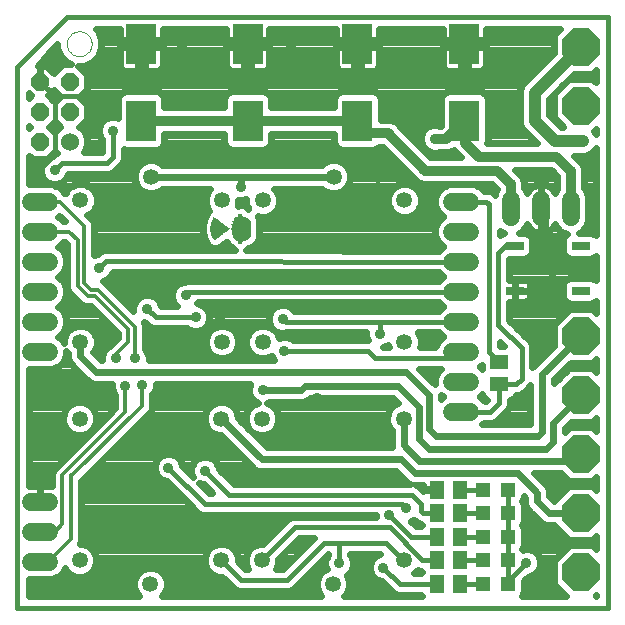
<source format=gtl>
G75*
%MOIN*%
%OFA0B0*%
%FSLAX24Y24*%
%IPPOS*%
%LPD*%
%AMOC8*
5,1,8,0,0,1.08239X$1,22.5*
%
%ADD10C,0.0160*%
%ADD11C,0.0000*%
%ADD12OC8,0.1250*%
%ADD13R,0.0472X0.0472*%
%ADD14R,0.0512X0.0591*%
%ADD15C,0.0531*%
%ADD16R,0.0004X0.0421*%
%ADD17R,0.0004X0.0465*%
%ADD18R,0.0004X0.0492*%
%ADD19R,0.0004X0.0516*%
%ADD20R,0.0004X0.0531*%
%ADD21R,0.0004X0.0547*%
%ADD22R,0.0004X0.0563*%
%ADD23R,0.0004X0.0575*%
%ADD24R,0.0004X0.0587*%
%ADD25R,0.0004X0.0598*%
%ADD26R,0.0004X0.0610*%
%ADD27R,0.0004X0.0618*%
%ADD28R,0.0004X0.0626*%
%ADD29R,0.0004X0.0638*%
%ADD30R,0.0004X0.0646*%
%ADD31R,0.0004X0.0650*%
%ADD32R,0.0004X0.0657*%
%ADD33R,0.0004X0.0665*%
%ADD34R,0.0004X0.0673*%
%ADD35R,0.0004X0.0677*%
%ADD36R,0.0004X0.0685*%
%ADD37R,0.0004X0.0689*%
%ADD38R,0.0004X0.0693*%
%ADD39R,0.0004X0.0701*%
%ADD40R,0.0004X0.0705*%
%ADD41R,0.0004X0.0709*%
%ADD42R,0.0004X0.0717*%
%ADD43R,0.0004X0.0720*%
%ADD44R,0.0004X0.0724*%
%ADD45R,0.0004X0.0728*%
%ADD46R,0.0004X0.0732*%
%ADD47R,0.0004X0.0736*%
%ADD48R,0.0004X0.0740*%
%ADD49R,0.0004X0.0744*%
%ADD50R,0.0004X0.0748*%
%ADD51R,0.0004X0.0752*%
%ADD52R,0.0004X0.0756*%
%ADD53R,0.0004X0.0760*%
%ADD54R,0.0004X0.0764*%
%ADD55R,0.0004X0.0768*%
%ADD56R,0.0004X0.0772*%
%ADD57R,0.0004X0.0776*%
%ADD58R,0.0004X0.0780*%
%ADD59R,0.0004X0.0783*%
%ADD60R,0.0004X0.0787*%
%ADD61R,0.0004X0.0791*%
%ADD62R,0.0004X0.0795*%
%ADD63R,0.0004X0.0799*%
%ADD64R,0.0004X0.0803*%
%ADD65R,0.0004X0.0807*%
%ADD66R,0.0004X0.0811*%
%ADD67R,0.0004X0.0815*%
%ADD68R,0.0004X0.0819*%
%ADD69R,0.0004X0.0823*%
%ADD70R,0.0004X0.0827*%
%ADD71R,0.0004X0.0831*%
%ADD72R,0.0004X0.0835*%
%ADD73R,0.0004X0.0839*%
%ADD74R,0.0004X0.0909*%
%ADD75R,0.0004X0.0937*%
%ADD76R,0.0004X0.0953*%
%ADD77R,0.0004X0.0961*%
%ADD78R,0.0004X0.0969*%
%ADD79R,0.0004X0.0976*%
%ADD80R,0.0004X0.0980*%
%ADD81R,0.0004X0.0984*%
%ADD82R,0.0004X0.0965*%
%ADD83R,0.0004X0.0957*%
%ADD84R,0.0004X0.0945*%
%ADD85R,0.0004X0.0921*%
%ADD86R,0.0004X0.0232*%
%ADD87R,0.0004X0.0555*%
%ADD88R,0.0004X0.0224*%
%ADD89R,0.0004X0.0543*%
%ADD90R,0.0004X0.0539*%
%ADD91R,0.0004X0.0220*%
%ADD92R,0.0004X0.0535*%
%ADD93R,0.0004X0.0528*%
%ADD94R,0.0004X0.0520*%
%ADD95R,0.0004X0.0512*%
%ADD96R,0.0004X0.0500*%
%ADD97R,0.0004X0.0488*%
%ADD98R,0.0004X0.0484*%
%ADD99R,0.0004X0.0476*%
%ADD100R,0.0004X0.0449*%
%ADD101R,0.0004X0.0370*%
%ADD102R,0.0004X0.0043*%
%ADD103R,0.0004X0.0228*%
%ADD104R,0.0004X0.0358*%
%ADD105R,0.0004X0.0350*%
%ADD106R,0.0004X0.0343*%
%ADD107R,0.0004X0.0331*%
%ADD108R,0.0004X0.0319*%
%ADD109R,0.0004X0.0311*%
%ADD110R,0.0004X0.0307*%
%ADD111R,0.0004X0.0303*%
%ADD112R,0.0004X0.0063*%
%ADD113R,0.0004X0.0130*%
%ADD114R,0.0004X0.0445*%
%ADD115R,0.0004X0.0437*%
%ADD116R,0.0004X0.0433*%
%ADD117R,0.0004X0.0362*%
%ADD118R,0.0004X0.0047*%
%ADD119R,0.0004X0.0354*%
%ADD120R,0.0004X0.0031*%
%ADD121R,0.0004X0.0346*%
%ADD122R,0.0004X0.0339*%
%ADD123R,0.0004X0.0055*%
%ADD124R,0.0004X0.0177*%
%ADD125R,0.0004X0.0035*%
%ADD126R,0.0004X0.0161*%
%ADD127R,0.0004X0.0051*%
%ADD128R,0.0004X0.0142*%
%ADD129R,0.0004X0.0118*%
%ADD130R,0.0004X0.0091*%
%ADD131R,0.0004X0.0024*%
%ADD132R,0.0004X0.0020*%
%ADD133R,0.0004X0.0008*%
%ADD134R,0.0004X0.0004*%
%ADD135R,0.0004X0.0012*%
%ADD136R,0.0004X0.0028*%
%ADD137R,0.0004X0.0059*%
%ADD138R,0.0004X0.0067*%
%ADD139R,0.0004X0.0075*%
%ADD140R,0.0004X0.0083*%
%ADD141R,0.0004X0.0098*%
%ADD142R,0.0004X0.0106*%
%ADD143R,0.0004X0.0114*%
%ADD144R,0.0004X0.0122*%
%ADD145R,0.0004X0.0138*%
%ADD146R,0.0004X0.0146*%
%ADD147R,0.0004X0.0154*%
%ADD148R,0.0004X0.0165*%
%ADD149R,0.0004X0.0169*%
%ADD150R,0.0004X0.0185*%
%ADD151R,0.0004X0.0189*%
%ADD152R,0.0004X0.0193*%
%ADD153R,0.0004X0.0201*%
%ADD154R,0.0004X0.0209*%
%ADD155R,0.0004X0.0213*%
%ADD156R,0.0004X0.0217*%
%ADD157R,0.0004X0.0236*%
%ADD158R,0.0004X0.0240*%
%ADD159R,0.0004X0.0248*%
%ADD160R,0.0004X0.0256*%
%ADD161R,0.0004X0.0264*%
%ADD162R,0.0004X0.0272*%
%ADD163R,0.0004X0.0280*%
%ADD164R,0.0004X0.0287*%
%ADD165R,0.0004X0.0295*%
%ADD166R,0.0004X0.0299*%
%ADD167R,0.0004X0.0126*%
%ADD168R,0.0004X0.0157*%
%ADD169R,0.0004X0.0134*%
%ADD170R,0.0004X0.0173*%
%ADD171R,0.0004X0.0366*%
%ADD172R,0.0004X0.0374*%
%ADD173R,0.0004X0.0382*%
%ADD174R,0.0004X0.0390*%
%ADD175R,0.0004X0.0394*%
%ADD176R,0.0004X0.0398*%
%ADD177R,0.0004X0.0406*%
%ADD178R,0.0004X0.0409*%
%ADD179R,0.0004X0.0417*%
%ADD180R,0.0004X0.0429*%
%ADD181R,0.0004X0.0441*%
%ADD182R,0.0004X0.0453*%
%ADD183R,0.0004X0.0457*%
%ADD184R,0.0004X0.0469*%
%ADD185R,0.0004X0.0480*%
%ADD186R,0.0004X0.0504*%
%ADD187R,0.0004X0.0508*%
%ADD188R,0.0004X0.0551*%
%ADD189R,0.0004X0.0567*%
%ADD190R,0.0004X0.0579*%
%ADD191R,0.0004X0.0413*%
%ADD192R,0.0004X0.0425*%
%ADD193R,0.0004X0.0181*%
%ADD194R,0.0004X0.0634*%
%ADD195R,0.0004X0.0654*%
%ADD196R,0.0004X0.0661*%
%ADD197R,0.0004X0.0669*%
%ADD198R,0.0004X0.0697*%
%ADD199R,0.0004X0.0244*%
%ADD200R,0.0004X0.0252*%
%ADD201R,0.0004X0.0461*%
%ADD202R,0.0004X0.0094*%
%ADD203R,0.0004X0.0622*%
%ADD204R,0.0004X0.0102*%
%ADD205R,0.0004X0.0630*%
%ADD206R,0.0004X0.0614*%
%ADD207R,0.0004X0.0583*%
%ADD208R,0.0004X0.0327*%
%ADD209C,0.0591*%
%ADD210R,0.0984X0.1378*%
%ADD211C,0.0600*%
%ADD212OC8,0.0600*%
%ADD213C,0.0600*%
%ADD214R,0.0600X0.0300*%
%ADD215R,0.0591X0.0512*%
%ADD216C,0.0240*%
%ADD217C,0.0356*%
%ADD218C,0.0320*%
%ADD219C,0.0400*%
%ADD220C,0.0120*%
D10*
X002027Y000180D02*
X021712Y000180D01*
X021712Y019865D01*
X003681Y019865D01*
X002027Y018211D01*
X002027Y000180D01*
X007067Y004845D02*
X008268Y003645D01*
X014842Y003645D01*
X015000Y003487D01*
X015177Y003940D02*
X015492Y003625D01*
X015492Y003389D01*
X015551Y003330D01*
X016024Y003330D01*
X016772Y003330D02*
X017559Y003330D01*
X018386Y003330D02*
X018386Y001755D01*
X018996Y001676D02*
X018386Y001066D01*
X018386Y000967D01*
X018386Y001066D02*
X018386Y002542D01*
X018386Y003330D01*
X018386Y004117D01*
X017559Y004117D02*
X016772Y004117D01*
X016024Y004117D02*
X015709Y004117D01*
X015512Y004314D01*
X015098Y004314D01*
X014980Y004432D01*
X010630Y004432D01*
X010571Y004491D01*
X009094Y003940D02*
X015177Y003940D01*
X014429Y003271D02*
X015157Y002542D01*
X016024Y002542D01*
X016772Y002542D02*
X017559Y002542D01*
X017559Y001755D02*
X016772Y001755D01*
X016024Y001755D02*
X016004Y001774D01*
X015531Y001774D01*
X014449Y002857D01*
X011283Y002857D01*
X010185Y001759D01*
X009480Y001105D02*
X008827Y001759D01*
X009480Y001105D02*
X011024Y001105D01*
X012244Y002326D01*
X012697Y002326D01*
X012756Y002267D01*
X012756Y001656D01*
X012697Y002326D02*
X014331Y002326D01*
X014898Y001759D01*
X014909Y001759D01*
X014232Y001519D02*
X014783Y000967D01*
X016024Y000967D01*
X016772Y000967D02*
X017559Y000967D01*
X017795Y006696D02*
X016850Y006696D01*
X016831Y006715D01*
X017795Y006696D02*
X018090Y006991D01*
X018090Y007621D01*
X018642Y007621D01*
X018838Y007818D01*
X018838Y008822D01*
X018051Y009609D01*
X018051Y011991D01*
X018327Y012267D01*
X018587Y012267D01*
X018605Y012249D01*
X019646Y012739D02*
X019646Y013330D01*
X019488Y013487D01*
X019646Y012739D02*
X019980Y012404D01*
X019980Y011420D01*
X019309Y010749D01*
X018605Y010749D01*
X016831Y010715D02*
X007760Y010715D01*
X007638Y010593D01*
X007972Y009865D02*
X006634Y009865D01*
X006358Y010141D01*
X004984Y011739D02*
X004764Y011519D01*
X004984Y011739D02*
X016831Y011715D01*
X017756Y013625D02*
X017756Y008704D01*
X018090Y008369D01*
X016831Y008715D02*
X016622Y008507D01*
X013937Y008507D01*
X013701Y008743D01*
X010925Y008743D01*
X010976Y009715D02*
X010886Y009806D01*
X010976Y009715D02*
X014075Y009715D01*
X014114Y009676D01*
X014114Y009314D01*
X014075Y009715D02*
X016831Y009715D01*
X016803Y008743D02*
X016831Y008715D01*
X016508Y008715D01*
X017756Y013625D02*
X017665Y013715D01*
X016831Y013715D01*
X008287Y004747D02*
X009094Y003940D01*
X002716Y014511D02*
X002716Y014747D01*
X003268Y015298D01*
X003268Y017225D01*
X002777Y017715D01*
X003268Y017225D02*
X003285Y017208D01*
X003325Y017247D01*
X005020Y017247D01*
X005216Y016086D02*
X005216Y015200D01*
X005020Y015003D01*
X003504Y015003D01*
X003268Y014767D01*
D11*
X003681Y018979D02*
X003683Y019019D01*
X003689Y019060D01*
X003699Y019099D01*
X003712Y019137D01*
X003730Y019174D01*
X003751Y019208D01*
X003775Y019241D01*
X003802Y019271D01*
X003832Y019298D01*
X003865Y019322D01*
X003899Y019343D01*
X003936Y019361D01*
X003974Y019374D01*
X004013Y019384D01*
X004054Y019390D01*
X004094Y019392D01*
X004134Y019390D01*
X004175Y019384D01*
X004214Y019374D01*
X004252Y019361D01*
X004289Y019343D01*
X004323Y019322D01*
X004356Y019298D01*
X004386Y019271D01*
X004413Y019241D01*
X004437Y019208D01*
X004458Y019174D01*
X004476Y019137D01*
X004489Y019099D01*
X004499Y019060D01*
X004505Y019019D01*
X004507Y018979D01*
X004505Y018939D01*
X004499Y018898D01*
X004489Y018859D01*
X004476Y018821D01*
X004458Y018784D01*
X004437Y018750D01*
X004413Y018717D01*
X004386Y018687D01*
X004356Y018660D01*
X004323Y018636D01*
X004289Y018615D01*
X004252Y018597D01*
X004214Y018584D01*
X004175Y018574D01*
X004134Y018568D01*
X004094Y018566D01*
X004054Y018568D01*
X004013Y018574D01*
X003974Y018584D01*
X003936Y018597D01*
X003899Y018615D01*
X003865Y018636D01*
X003832Y018660D01*
X003802Y018687D01*
X003775Y018717D01*
X003751Y018750D01*
X003730Y018784D01*
X003712Y018821D01*
X003699Y018859D01*
X003689Y018898D01*
X003683Y018939D01*
X003681Y018979D01*
D12*
X020807Y018881D03*
X020807Y016912D03*
X020807Y009235D03*
X020807Y007267D03*
X020807Y005298D03*
X020807Y003330D03*
X020807Y001361D03*
D13*
X018386Y000967D03*
X017559Y000967D03*
X017559Y001755D03*
X018386Y001755D03*
X018386Y002542D03*
X017559Y002542D03*
X017559Y003330D03*
X018386Y003330D03*
X018386Y004117D03*
X017559Y004117D03*
D14*
X016772Y004117D03*
X016024Y004117D03*
X016024Y003330D03*
X016772Y003330D03*
X016772Y002542D03*
X016024Y002542D03*
X016024Y001755D03*
X016772Y001755D03*
X016772Y000967D03*
X016024Y000967D03*
D15*
X014909Y001759D03*
X012547Y000971D03*
X010185Y001759D03*
X008827Y001759D03*
X006464Y000971D03*
X004102Y001759D03*
X004102Y006483D03*
X004126Y009034D03*
X008850Y009034D03*
X010209Y009034D03*
X010185Y006483D03*
X008827Y006483D03*
X014909Y006483D03*
X014933Y009034D03*
X014933Y013759D03*
X012571Y014546D03*
X010209Y013759D03*
X008850Y013759D03*
X006488Y014546D03*
X004126Y013759D03*
D16*
X008838Y012818D03*
X009815Y012818D03*
D17*
X009811Y012816D03*
X009299Y012938D03*
X008811Y012820D03*
D18*
X008791Y012818D03*
X008539Y012818D03*
X009807Y012818D03*
D19*
X009803Y012818D03*
X008775Y012818D03*
X008543Y012818D03*
D20*
X008547Y012818D03*
X008764Y012818D03*
X009799Y012818D03*
D21*
X009795Y012818D03*
X009346Y012940D03*
X008551Y012818D03*
D22*
X008744Y012818D03*
X009791Y012818D03*
D23*
X009787Y012816D03*
X008736Y012820D03*
D24*
X009783Y012818D03*
D25*
X009779Y012816D03*
X008563Y012820D03*
D26*
X009775Y012818D03*
D27*
X009772Y012818D03*
X008622Y012881D03*
D28*
X008614Y012885D03*
X008610Y012885D03*
X008602Y012877D03*
X008701Y012818D03*
X009768Y012818D03*
D29*
X009764Y012816D03*
X008693Y012820D03*
D30*
X008689Y012820D03*
X008575Y012820D03*
X009760Y012816D03*
D31*
X009756Y012818D03*
X008685Y012818D03*
D32*
X009752Y012818D03*
D33*
X009748Y012818D03*
D34*
X009744Y012818D03*
X008669Y012818D03*
X008583Y012818D03*
D35*
X008665Y012820D03*
X009740Y012816D03*
D36*
X009736Y012816D03*
X008661Y012820D03*
D37*
X009732Y012818D03*
D38*
X009728Y012816D03*
X008657Y012820D03*
D39*
X009724Y012816D03*
D40*
X009720Y012818D03*
D41*
X009716Y012816D03*
D42*
X009712Y012816D03*
D43*
X009709Y012818D03*
D44*
X009705Y012816D03*
X008634Y012820D03*
D45*
X009701Y012818D03*
D46*
X009697Y012816D03*
D47*
X009693Y012818D03*
D48*
X009689Y012816D03*
D49*
X009685Y012818D03*
D50*
X009681Y012816D03*
D51*
X009677Y012818D03*
D52*
X009673Y012816D03*
X009669Y012816D03*
D53*
X009665Y012818D03*
D54*
X009661Y012816D03*
D55*
X009657Y012818D03*
D56*
X009653Y012816D03*
X009650Y012816D03*
D57*
X009646Y012818D03*
D58*
X009642Y012816D03*
D59*
X009638Y012818D03*
X009634Y012818D03*
D60*
X009630Y012816D03*
D61*
X009626Y012818D03*
X009622Y012818D03*
X009354Y012818D03*
D62*
X009358Y012820D03*
X009614Y012816D03*
X009618Y012816D03*
D63*
X009610Y012818D03*
X009366Y012818D03*
X009362Y012818D03*
D64*
X009370Y012820D03*
X009374Y012820D03*
X009602Y012816D03*
X009606Y012816D03*
D65*
X009598Y012818D03*
X009594Y012818D03*
X009386Y012818D03*
X009382Y012818D03*
X009378Y012818D03*
D66*
X009587Y012816D03*
X009590Y012816D03*
D67*
X009583Y012818D03*
D68*
X009579Y012816D03*
X009575Y012816D03*
X009571Y012816D03*
D69*
X009567Y012818D03*
X009563Y012818D03*
D70*
X009559Y012816D03*
X009555Y012816D03*
D71*
X009551Y012818D03*
X009547Y012818D03*
D72*
X009543Y012816D03*
X009539Y012816D03*
D73*
X009535Y012818D03*
X009531Y012818D03*
D74*
X009527Y012818D03*
D75*
X009524Y012820D03*
D76*
X009520Y012820D03*
D77*
X009516Y012820D03*
D78*
X009512Y012820D03*
X009433Y012820D03*
D79*
X009437Y012820D03*
X009441Y012820D03*
X009504Y012820D03*
X009508Y012820D03*
D80*
X009500Y012818D03*
X009445Y012818D03*
D81*
X009449Y012820D03*
X009453Y012820D03*
X009457Y012820D03*
X009461Y012820D03*
X009464Y012820D03*
X009468Y012820D03*
X009472Y012820D03*
X009476Y012820D03*
X009480Y012820D03*
X009484Y012820D03*
X009488Y012820D03*
X009492Y012820D03*
X009496Y012820D03*
D82*
X009429Y012818D03*
D83*
X009425Y012818D03*
D84*
X009421Y012820D03*
D85*
X009417Y012820D03*
D86*
X009272Y012597D03*
X009279Y012586D03*
X009283Y012582D03*
X009350Y012538D03*
X008968Y012818D03*
X008587Y013046D03*
D87*
X008748Y012818D03*
X009350Y012936D03*
D88*
X009260Y012621D03*
X009291Y012570D03*
X009295Y012566D03*
X009299Y012562D03*
X009303Y012558D03*
X009311Y012554D03*
X009315Y012550D03*
X009323Y012546D03*
X009331Y012542D03*
X009338Y012538D03*
X009342Y012538D03*
X009346Y012538D03*
X008972Y012818D03*
X008500Y012818D03*
D89*
X008756Y012820D03*
X009342Y012938D03*
D90*
X009338Y012940D03*
X008760Y012818D03*
D91*
X009307Y012556D03*
X009319Y012548D03*
X009327Y012544D03*
X009335Y012540D03*
D92*
X009335Y012938D03*
D93*
X009331Y012938D03*
X009327Y012938D03*
X008768Y012820D03*
D94*
X008772Y012820D03*
X009323Y012938D03*
D95*
X009319Y012938D03*
D96*
X009315Y012940D03*
X008787Y012818D03*
D97*
X008795Y012820D03*
X009311Y012942D03*
D98*
X009307Y012940D03*
D99*
X009303Y012940D03*
X008803Y012818D03*
X008535Y012818D03*
D100*
X008587Y012698D03*
X008590Y012694D03*
X009295Y012938D03*
D101*
X009291Y012902D03*
X008874Y012820D03*
D102*
X009094Y012818D03*
X009201Y012940D03*
X009291Y013129D03*
D103*
X009264Y012611D03*
X009268Y012603D03*
X009275Y012591D03*
X009287Y012576D03*
D104*
X009287Y012904D03*
X008516Y012818D03*
D105*
X009283Y012904D03*
D106*
X009279Y012908D03*
D107*
X009275Y012910D03*
D108*
X009272Y012912D03*
D109*
X009268Y012916D03*
D110*
X009264Y012914D03*
X009256Y012906D03*
D111*
X009260Y012912D03*
D112*
X009212Y012934D03*
X009256Y012556D03*
D113*
X009256Y012676D03*
X009035Y012818D03*
X008898Y012920D03*
D114*
X008823Y012818D03*
X009248Y012834D03*
X009252Y012834D03*
D115*
X009244Y012834D03*
D116*
X009240Y012832D03*
X008831Y012820D03*
D117*
X009236Y012796D03*
D118*
X009193Y012812D03*
X009205Y012938D03*
X009236Y013017D03*
D119*
X009232Y012796D03*
X009228Y012796D03*
D120*
X009102Y012816D03*
X009197Y012942D03*
X009232Y013021D03*
D121*
X009224Y012796D03*
X009220Y012796D03*
D122*
X009216Y012796D03*
D123*
X009212Y012658D03*
D124*
X009212Y012802D03*
X009004Y012818D03*
X008886Y012731D03*
X008496Y012818D03*
D125*
X009098Y012818D03*
X009209Y012652D03*
D126*
X009209Y012802D03*
X009016Y012818D03*
X008917Y012747D03*
X008909Y012739D03*
X008901Y012735D03*
X008728Y013030D03*
X008724Y013034D03*
X008720Y013038D03*
X008716Y013038D03*
D127*
X009087Y012818D03*
X009090Y012818D03*
X009209Y012936D03*
D128*
X009205Y012804D03*
X008890Y012922D03*
X008886Y012922D03*
D129*
X009201Y012808D03*
D130*
X009197Y012810D03*
X009063Y012818D03*
D131*
X009193Y012942D03*
D132*
X009189Y012944D03*
X009110Y012818D03*
D133*
X009185Y012946D03*
D134*
X009122Y012818D03*
D135*
X009118Y012818D03*
X009114Y012818D03*
D136*
X009106Y012818D03*
D137*
X009083Y012818D03*
D138*
X009079Y012818D03*
D139*
X009075Y012818D03*
X009071Y012818D03*
D140*
X009067Y012818D03*
D141*
X009059Y012818D03*
X009055Y012818D03*
X008614Y012491D03*
D142*
X008492Y012818D03*
X009051Y012818D03*
D143*
X009047Y012818D03*
D144*
X009043Y012818D03*
X009039Y012818D03*
X008913Y012912D03*
D145*
X009031Y012818D03*
D146*
X009027Y012818D03*
X009024Y012818D03*
D147*
X009020Y012818D03*
X008882Y012920D03*
D148*
X009012Y012820D03*
X008898Y012733D03*
X008712Y013040D03*
D149*
X008894Y012731D03*
X009008Y012818D03*
D150*
X009000Y012818D03*
D151*
X008996Y012820D03*
X008882Y012733D03*
D152*
X008992Y012818D03*
D153*
X008988Y012818D03*
D154*
X008984Y012818D03*
D155*
X008980Y012820D03*
D156*
X008976Y012818D03*
D157*
X008964Y012820D03*
X008590Y013052D03*
D158*
X008961Y012818D03*
X008650Y012589D03*
X008646Y012586D03*
D159*
X008957Y012818D03*
D160*
X008953Y012818D03*
X008949Y012818D03*
X008598Y013058D03*
D161*
X008504Y012818D03*
X008945Y012818D03*
D162*
X008941Y012818D03*
D163*
X008937Y012818D03*
X008933Y012818D03*
D164*
X008929Y012818D03*
D165*
X008925Y012818D03*
X008508Y012818D03*
D166*
X008921Y012820D03*
D167*
X008917Y012906D03*
X008909Y012914D03*
X008905Y012918D03*
X008901Y012918D03*
D168*
X008913Y012741D03*
X008905Y012737D03*
D169*
X008894Y012922D03*
D170*
X008890Y012733D03*
X008709Y013040D03*
D171*
X008878Y012818D03*
D172*
X008870Y012818D03*
D173*
X008866Y012818D03*
X008520Y012818D03*
D174*
X008862Y012818D03*
D175*
X008858Y012820D03*
D176*
X008854Y012818D03*
D177*
X008850Y012818D03*
X008724Y012727D03*
X008720Y012723D03*
X008524Y012818D03*
D178*
X008716Y012721D03*
X008728Y012729D03*
X008846Y012820D03*
D179*
X008842Y012820D03*
X008709Y012721D03*
D180*
X008835Y012818D03*
X008527Y012818D03*
D181*
X008827Y012820D03*
D182*
X008819Y012818D03*
X008650Y012944D03*
X008646Y012948D03*
X008531Y012818D03*
D183*
X008594Y012690D03*
X008815Y012820D03*
X008642Y012950D03*
D184*
X008807Y012818D03*
X008598Y012688D03*
D185*
X008799Y012820D03*
D186*
X008783Y012820D03*
D187*
X008779Y012818D03*
D188*
X008752Y012820D03*
D189*
X008740Y012820D03*
X008555Y012820D03*
D190*
X008732Y012818D03*
D191*
X008712Y012719D03*
D192*
X008705Y012721D03*
D193*
X008705Y013040D03*
D194*
X008697Y012818D03*
D195*
X008681Y012820D03*
D196*
X008677Y012820D03*
X008579Y012820D03*
D197*
X008673Y012820D03*
D198*
X008653Y012818D03*
D199*
X008642Y012584D03*
X008594Y013056D03*
D200*
X008638Y012584D03*
D201*
X008638Y012948D03*
D202*
X008630Y012501D03*
X008626Y012497D03*
X008622Y012493D03*
X008618Y012493D03*
D203*
X008630Y012875D03*
X008626Y012879D03*
X008618Y012883D03*
D204*
X008602Y012497D03*
X008606Y012493D03*
X008610Y012489D03*
D205*
X008571Y012820D03*
X008606Y012883D03*
D206*
X008567Y012820D03*
D207*
X008559Y012820D03*
D208*
X008512Y012818D03*
D209*
X018488Y013192D02*
X018488Y013782D01*
X019488Y013782D02*
X019488Y013192D01*
X020488Y013192D02*
X020488Y013782D01*
D210*
X016929Y016420D03*
X016929Y018979D03*
X013366Y018979D03*
X013366Y016420D03*
X009705Y016420D03*
X009705Y018979D03*
X006161Y018979D03*
X006161Y016420D03*
D211*
X003777Y015715D03*
D212*
X002777Y015715D03*
X002777Y016715D03*
X003777Y016715D03*
X003777Y017715D03*
X002777Y017715D03*
D213*
X003077Y013715D02*
X002477Y013715D01*
X002477Y012715D02*
X003077Y012715D01*
X003077Y011715D02*
X002477Y011715D01*
X002477Y010715D02*
X003077Y010715D01*
X003077Y009715D02*
X002477Y009715D01*
X002477Y008715D02*
X003077Y008715D01*
X003077Y003715D02*
X002477Y003715D01*
X002477Y002715D02*
X003077Y002715D01*
X003077Y001715D02*
X002477Y001715D01*
X016531Y006715D02*
X017131Y006715D01*
X017131Y007715D02*
X016531Y007715D01*
X016531Y008715D02*
X017131Y008715D01*
X017131Y009715D02*
X016531Y009715D01*
X016531Y010715D02*
X017131Y010715D01*
X017131Y011715D02*
X016531Y011715D01*
X016531Y012715D02*
X017131Y012715D01*
X017131Y013715D02*
X016531Y013715D01*
D214*
X018605Y012249D03*
X018605Y010749D03*
X020805Y010749D03*
X020805Y012249D03*
D215*
X018090Y008369D03*
X018090Y007621D03*
D216*
X018450Y007089D02*
X018544Y007128D01*
X018623Y007206D01*
X018646Y007261D01*
X018713Y007261D01*
X018846Y007316D01*
X019042Y007513D01*
X019127Y007598D01*
X019127Y006289D01*
X017524Y006289D01*
X017571Y006336D01*
X017867Y006336D01*
X017999Y006391D01*
X018100Y006492D01*
X018396Y006787D01*
X018450Y006919D01*
X018450Y007089D01*
X018469Y007097D02*
X019127Y007097D01*
X019127Y007335D02*
X018865Y007335D01*
X019103Y007574D02*
X019127Y007574D01*
X019527Y007956D02*
X019527Y006026D01*
X019390Y005889D01*
X015984Y005889D01*
X015748Y006125D01*
X015748Y007267D01*
X014980Y008034D01*
X004665Y008034D01*
X004126Y008574D01*
X004126Y009034D01*
X004630Y009243D02*
X005388Y009243D01*
X005388Y009179D02*
X005388Y009331D01*
X004485Y010234D01*
X004302Y010234D01*
X004177Y010285D01*
X004082Y010381D01*
X003747Y010716D01*
X003695Y010841D01*
X003695Y012303D01*
X003623Y012375D01*
X003558Y012375D01*
X003406Y012224D01*
X003386Y012215D01*
X003406Y012207D01*
X003569Y012044D01*
X003657Y011831D01*
X003657Y011600D01*
X003569Y011387D01*
X003406Y011224D01*
X003386Y011215D01*
X003406Y011207D01*
X003569Y011044D01*
X003657Y010831D01*
X003657Y010600D01*
X003569Y010387D01*
X003406Y010224D01*
X003386Y010215D01*
X003406Y010207D01*
X003569Y010044D01*
X003657Y009831D01*
X003657Y009600D01*
X003569Y009387D01*
X003406Y009224D01*
X003386Y009215D01*
X003406Y009207D01*
X003569Y009044D01*
X003580Y009017D01*
X003580Y009143D01*
X003663Y009343D01*
X003817Y009497D01*
X004017Y009580D01*
X004234Y009580D01*
X004435Y009497D01*
X004589Y009343D01*
X004672Y009143D01*
X004672Y008926D01*
X004589Y008725D01*
X004564Y008701D01*
X004831Y008434D01*
X004857Y008434D01*
X004857Y008578D01*
X004926Y008747D01*
X005055Y008875D01*
X005105Y008896D01*
X005122Y008913D01*
X005388Y009179D01*
X005214Y009005D02*
X004672Y009005D01*
X004605Y008766D02*
X004946Y008766D01*
X004857Y008528D02*
X004738Y008528D01*
X004083Y008051D02*
X002427Y008051D01*
X002427Y008135D02*
X003193Y008135D01*
X003406Y008224D01*
X003569Y008387D01*
X003657Y008600D01*
X003657Y008739D01*
X003663Y008725D01*
X003726Y008663D01*
X003726Y008494D01*
X003787Y008347D01*
X004326Y007808D01*
X004439Y007695D01*
X004586Y007634D01*
X005172Y007634D01*
X005172Y007490D01*
X005241Y007322D01*
X005290Y007274D01*
X005290Y006837D01*
X003235Y004782D01*
X003184Y004657D01*
X003184Y004522D01*
X003184Y004225D01*
X003118Y004235D01*
X002777Y004235D01*
X002437Y004235D01*
X002427Y004234D01*
X002427Y008135D01*
X002427Y007812D02*
X004322Y007812D01*
X003845Y008289D02*
X003471Y008289D01*
X003627Y008528D02*
X003726Y008528D01*
X003622Y009243D02*
X003425Y009243D01*
X003608Y009482D02*
X003801Y009482D01*
X003657Y009720D02*
X004999Y009720D01*
X004760Y009959D02*
X003605Y009959D01*
X003416Y010197D02*
X004522Y010197D01*
X004027Y010436D02*
X003589Y010436D01*
X003657Y010674D02*
X003789Y010674D01*
X003695Y010913D02*
X003624Y010913D01*
X003695Y011151D02*
X003462Y011151D01*
X003570Y011390D02*
X003695Y011390D01*
X003695Y011628D02*
X003657Y011628D01*
X003643Y011867D02*
X003695Y011867D01*
X003695Y012105D02*
X003508Y012105D01*
X003526Y012344D02*
X003655Y012344D01*
X003612Y013055D02*
X003558Y013055D01*
X003406Y013207D01*
X003386Y013215D01*
X003406Y013224D01*
X003425Y013243D01*
X003612Y013055D01*
X003609Y013059D02*
X003554Y013059D01*
X004363Y013266D02*
X004540Y013089D01*
X004592Y012964D01*
X004592Y011943D01*
X004673Y011977D01*
X004713Y011977D01*
X004730Y011994D01*
X004780Y012044D01*
X004781Y012044D01*
X004781Y012045D01*
X004847Y012072D01*
X004913Y012099D01*
X004913Y012099D01*
X004913Y012099D01*
X004984Y012099D01*
X005056Y012099D01*
X005056Y012099D01*
X009284Y012090D01*
X009283Y012091D01*
X009276Y012094D01*
X009275Y012095D01*
X009268Y012098D01*
X009265Y012102D01*
X009186Y012181D01*
X009183Y012186D01*
X009178Y012189D01*
X009177Y012190D01*
X009170Y012193D01*
X009169Y012194D01*
X009162Y012197D01*
X009161Y012198D01*
X009154Y012201D01*
X009150Y012204D01*
X009149Y012206D01*
X009142Y012208D01*
X009139Y012212D01*
X009135Y012216D01*
X009131Y012220D01*
X009127Y012224D01*
X009123Y012228D01*
X009119Y012232D01*
X009040Y012311D01*
X009037Y012317D01*
X009032Y012323D01*
X009029Y012329D01*
X009028Y012330D01*
X009025Y012337D01*
X009024Y012338D01*
X009008Y012377D01*
X009004Y012375D01*
X008995Y012366D01*
X008988Y012363D01*
X008979Y012354D01*
X008973Y012351D01*
X008964Y012342D01*
X008957Y012339D01*
X008948Y012330D01*
X008941Y012328D01*
X008936Y012323D01*
X008929Y012320D01*
X008920Y012311D01*
X008914Y012308D01*
X008905Y012299D01*
X008898Y012296D01*
X008889Y012287D01*
X008882Y012284D01*
X008873Y012275D01*
X008866Y012273D01*
X008857Y012263D01*
X008851Y012261D01*
X008846Y012256D01*
X008839Y012253D01*
X008830Y012244D01*
X008823Y012241D01*
X008814Y012232D01*
X008807Y012229D01*
X008798Y012220D01*
X008792Y012217D01*
X008790Y012216D01*
X008790Y012216D01*
X008783Y012208D01*
X008776Y012206D01*
X008771Y012201D01*
X008668Y012158D01*
X008552Y012158D01*
X008450Y012201D01*
X008446Y012204D01*
X008442Y012208D01*
X008363Y012287D01*
X008360Y012294D01*
X008359Y012295D01*
X008356Y012302D01*
X008355Y012303D01*
X008352Y012310D01*
X008347Y012315D01*
X008344Y012321D01*
X008343Y012323D01*
X008340Y012329D01*
X008339Y012330D01*
X008337Y012337D01*
X008335Y012338D01*
X008333Y012345D01*
X008331Y012346D01*
X008329Y012353D01*
X008327Y012354D01*
X008325Y012361D01*
X008324Y012362D01*
X008321Y012369D01*
X008320Y012370D01*
X008317Y012377D01*
X008316Y012378D01*
X008313Y012384D01*
X008312Y012386D01*
X008309Y012392D01*
X008308Y012393D01*
X008305Y012400D01*
X008304Y012401D01*
X008261Y012504D01*
X008261Y012505D01*
X008253Y012524D01*
X008253Y012526D01*
X008249Y012536D01*
X008249Y012538D01*
X008245Y012548D01*
X008245Y012550D01*
X008242Y012559D01*
X008242Y012562D01*
X008238Y012571D01*
X008238Y012573D01*
X008234Y012583D01*
X008234Y012589D01*
X008230Y012599D01*
X008230Y012605D01*
X008226Y012614D01*
X008226Y012621D01*
X008222Y012630D01*
X008222Y012640D01*
X008218Y012650D01*
X008218Y012664D01*
X008214Y012674D01*
X008214Y012699D01*
X008210Y012709D01*
X008210Y012927D01*
X008214Y012936D01*
X008214Y012962D01*
X008218Y012972D01*
X008218Y012986D01*
X008222Y012995D01*
X008222Y013005D01*
X008226Y013015D01*
X008226Y013021D01*
X008230Y013031D01*
X008230Y013037D01*
X008234Y013046D01*
X008234Y013053D01*
X008238Y013062D01*
X008238Y013064D01*
X008242Y013074D01*
X008242Y013076D01*
X008245Y013086D01*
X008245Y013088D01*
X008249Y013098D01*
X008249Y013100D01*
X008253Y013109D01*
X008253Y013112D01*
X008261Y013131D01*
X008261Y013131D01*
X008304Y013234D01*
X008305Y013235D01*
X008316Y013262D01*
X008317Y013263D01*
X008320Y013270D01*
X008321Y013271D01*
X008324Y013278D01*
X008325Y013279D01*
X008327Y013285D01*
X008329Y013287D01*
X008331Y013293D01*
X008333Y013294D01*
X008335Y013301D01*
X008337Y013302D01*
X008339Y013309D01*
X008344Y013314D01*
X008347Y013321D01*
X008348Y013322D01*
X008351Y013329D01*
X008352Y013330D01*
X008355Y013337D01*
X008356Y013338D01*
X008359Y013345D01*
X008364Y013350D01*
X008367Y013356D01*
X008424Y013413D01*
X008388Y013450D01*
X008305Y013650D01*
X008305Y013867D01*
X008388Y014068D01*
X008466Y014146D01*
X006860Y014146D01*
X006797Y014083D01*
X006597Y014000D01*
X006380Y014000D01*
X006179Y014083D01*
X006025Y014237D01*
X005942Y014438D01*
X005942Y014655D01*
X006025Y014855D01*
X006179Y015009D01*
X006380Y015092D01*
X006597Y015092D01*
X006797Y015009D01*
X006860Y014946D01*
X012199Y014946D01*
X012262Y015009D01*
X012462Y015092D01*
X012679Y015092D01*
X012880Y015009D01*
X013033Y014855D01*
X013117Y014655D01*
X013117Y014438D01*
X013033Y014237D01*
X012880Y014083D01*
X012679Y014000D01*
X012462Y014000D01*
X012262Y014083D01*
X012199Y014146D01*
X010593Y014146D01*
X010671Y014068D01*
X010754Y013867D01*
X010754Y013650D01*
X010671Y013450D01*
X010518Y013296D01*
X010317Y013213D01*
X010100Y013213D01*
X010040Y013238D01*
X010041Y013235D01*
X010042Y013234D01*
X010085Y013131D01*
X010085Y013129D01*
X010089Y013120D01*
X010089Y013113D01*
X010093Y013104D01*
X010093Y013094D01*
X010097Y013084D01*
X010097Y012551D01*
X010093Y012542D01*
X010093Y012528D01*
X010089Y012518D01*
X010089Y012516D01*
X010085Y012507D01*
X010085Y012504D01*
X010042Y012401D01*
X010041Y012400D01*
X010038Y012393D01*
X010037Y012392D01*
X010035Y012386D01*
X010033Y012384D01*
X010031Y012378D01*
X010029Y012377D01*
X010027Y012370D01*
X010023Y012366D01*
X010022Y012365D01*
X010019Y012358D01*
X010015Y012354D01*
X010011Y012350D01*
X010007Y012346D01*
X010006Y012345D01*
X010003Y012338D01*
X009924Y012260D01*
X009924Y012260D01*
X009920Y012256D01*
X009914Y012253D01*
X009897Y012236D01*
X009890Y012233D01*
X009885Y012228D01*
X009878Y012225D01*
X009873Y012220D01*
X009866Y012217D01*
X009865Y012216D01*
X009858Y012213D01*
X009857Y012212D01*
X009851Y012210D01*
X009849Y012208D01*
X009843Y012206D01*
X009842Y012204D01*
X009835Y012202D01*
X009834Y012201D01*
X009733Y012159D01*
X009668Y012094D01*
X009662Y012091D01*
X009660Y012090D01*
X009659Y012090D01*
X016072Y012077D01*
X016202Y012207D01*
X016222Y012215D01*
X016202Y012224D01*
X016039Y012387D01*
X015951Y012600D01*
X015951Y012831D01*
X016039Y013044D01*
X016202Y013207D01*
X016222Y013215D01*
X016202Y013224D01*
X016039Y013387D01*
X015951Y013600D01*
X015951Y013831D01*
X016039Y014044D01*
X016202Y014207D01*
X016415Y014295D01*
X017246Y014295D01*
X017459Y014207D01*
X017591Y014075D01*
X017737Y014075D01*
X017869Y014021D01*
X017936Y013953D01*
X018000Y014108D01*
X018024Y014132D01*
X017849Y014307D01*
X015542Y014307D01*
X015381Y014374D01*
X015257Y014498D01*
X014207Y015547D01*
X014070Y015547D01*
X014017Y015494D01*
X013914Y015451D01*
X012818Y015451D01*
X012715Y015494D01*
X012637Y015573D01*
X012594Y015675D01*
X012594Y015980D01*
X010477Y015980D01*
X010477Y015675D01*
X010434Y015573D01*
X010355Y015494D01*
X010252Y015451D01*
X009157Y015451D01*
X009054Y015494D01*
X008975Y015573D01*
X008932Y015675D01*
X008932Y015980D01*
X006933Y015980D01*
X006933Y015675D01*
X006891Y015573D01*
X006812Y015494D01*
X006709Y015451D01*
X005613Y015451D01*
X005576Y015467D01*
X005576Y015128D01*
X005522Y014996D01*
X005420Y014894D01*
X005224Y014698D01*
X005091Y014643D01*
X003712Y014643D01*
X003656Y014507D01*
X003527Y014378D01*
X003359Y014309D01*
X003176Y014309D01*
X003008Y014378D01*
X002879Y014507D01*
X002810Y014675D01*
X002810Y014858D01*
X002879Y015026D01*
X002989Y015135D01*
X002537Y015135D01*
X002427Y015245D01*
X002427Y014295D01*
X003193Y014295D01*
X003406Y014207D01*
X003569Y014044D01*
X003581Y014015D01*
X003633Y013994D01*
X003663Y014068D01*
X003817Y014221D01*
X004017Y014304D01*
X004234Y014304D01*
X004435Y014221D01*
X004589Y014068D01*
X004672Y013867D01*
X004672Y013650D01*
X004589Y013450D01*
X004435Y013296D01*
X004363Y013266D01*
X004436Y013298D02*
X008334Y013298D01*
X008352Y013536D02*
X004624Y013536D01*
X004672Y013775D02*
X008305Y013775D01*
X008365Y014013D02*
X006627Y014013D01*
X006349Y014013D02*
X004611Y014013D01*
X004362Y014252D02*
X006019Y014252D01*
X005942Y014490D02*
X003639Y014490D01*
X003889Y014252D02*
X003299Y014252D01*
X003586Y014013D02*
X003640Y014013D01*
X002896Y014490D02*
X002427Y014490D01*
X002427Y014729D02*
X002810Y014729D01*
X002855Y014967D02*
X002427Y014967D01*
X002427Y015206D02*
X002467Y015206D01*
X003058Y015176D02*
X003281Y015399D01*
X003286Y015387D01*
X003346Y015327D01*
X003300Y015308D01*
X003217Y015225D01*
X003176Y015225D01*
X003058Y015176D01*
X003088Y015206D02*
X003130Y015206D01*
X003281Y016032D02*
X003098Y016215D01*
X003277Y016395D01*
X003461Y016212D01*
X003449Y016207D01*
X003286Y016044D01*
X003281Y016032D01*
X003401Y016160D02*
X003154Y016160D01*
X002457Y016215D02*
X002427Y016186D01*
X002427Y016245D01*
X002457Y016215D01*
X003277Y017036D02*
X003055Y017258D01*
X003235Y017438D01*
X003457Y017215D01*
X003277Y017036D01*
X003200Y017114D02*
X003355Y017114D01*
X003321Y017352D02*
X003149Y017352D01*
X002777Y017715D02*
X002777Y017715D01*
X002777Y018235D01*
X002709Y018235D01*
X003231Y018850D01*
X003361Y018979D01*
X003361Y018833D01*
X003473Y018564D01*
X003679Y018357D01*
X003829Y018295D01*
X003537Y018295D01*
X003235Y017993D01*
X002993Y018235D01*
X002777Y018235D01*
X002777Y017715D01*
X002777Y017829D02*
X002777Y017829D01*
X002777Y018068D02*
X002777Y018068D01*
X003161Y018068D02*
X003309Y018068D01*
X003803Y018306D02*
X002769Y018306D01*
X002972Y018545D02*
X003492Y018545D01*
X003382Y018783D02*
X003175Y018783D01*
X004067Y018246D02*
X004240Y018246D01*
X004510Y018357D01*
X004716Y018564D01*
X004828Y018833D01*
X004828Y019125D01*
X004716Y019395D01*
X004646Y019465D01*
X005449Y019465D01*
X005449Y019099D01*
X006041Y019099D01*
X006041Y018859D01*
X005449Y018859D01*
X005449Y018261D01*
X005464Y018205D01*
X005493Y018155D01*
X005534Y018114D01*
X005584Y018085D01*
X005640Y018070D01*
X006041Y018070D01*
X006041Y018859D01*
X006281Y018859D01*
X006281Y018070D01*
X006682Y018070D01*
X006738Y018085D01*
X006789Y018114D01*
X006829Y018155D01*
X006858Y018205D01*
X006873Y018261D01*
X006873Y018859D01*
X006281Y018859D01*
X006281Y019099D01*
X006873Y019099D01*
X006873Y019465D01*
X008992Y019465D01*
X008992Y019099D01*
X009585Y019099D01*
X009585Y018859D01*
X009825Y018859D01*
X009825Y019099D01*
X010417Y019099D01*
X010417Y019465D01*
X012654Y019465D01*
X012654Y019099D01*
X013246Y019099D01*
X013246Y018859D01*
X013486Y018859D01*
X013486Y018070D01*
X013887Y018070D01*
X013943Y018085D01*
X013993Y018114D01*
X014034Y018155D01*
X014063Y018205D01*
X014078Y018261D01*
X014078Y018859D01*
X013486Y018859D01*
X013486Y019099D01*
X014078Y019099D01*
X014078Y019465D01*
X016217Y019465D01*
X016217Y019099D01*
X016809Y019099D01*
X016809Y018859D01*
X017049Y018859D01*
X017049Y018070D01*
X017450Y018070D01*
X017506Y018085D01*
X017556Y018114D01*
X017597Y018155D01*
X017626Y018205D01*
X017641Y018261D01*
X017641Y018859D01*
X017049Y018859D01*
X017049Y019099D01*
X017641Y019099D01*
X017641Y019465D01*
X020111Y019465D01*
X019902Y019256D01*
X019902Y018655D01*
X018865Y017617D01*
X018792Y017441D01*
X018792Y016305D01*
X018865Y016129D01*
X019334Y015659D01*
X017694Y015659D01*
X017701Y015675D01*
X017701Y017165D01*
X017659Y017268D01*
X017580Y017347D01*
X017477Y017389D01*
X016381Y017389D01*
X016278Y017347D01*
X016200Y017268D01*
X016157Y017165D01*
X016157Y016270D01*
X016137Y016250D01*
X016080Y016250D01*
X016036Y016268D01*
X015854Y016268D01*
X015685Y016198D01*
X015556Y016069D01*
X015487Y015901D01*
X015487Y015719D01*
X015556Y015550D01*
X015685Y015422D01*
X015854Y015352D01*
X016036Y015352D01*
X016080Y015370D01*
X016406Y015370D01*
X016568Y015437D01*
X016569Y015438D01*
X016576Y015423D01*
X016812Y015187D01*
X015812Y015187D01*
X014796Y016203D01*
X014778Y016247D01*
X014649Y016375D01*
X014481Y016445D01*
X014299Y016445D01*
X014255Y016427D01*
X014138Y016427D01*
X014138Y017165D01*
X014096Y017268D01*
X014017Y017347D01*
X013914Y017389D01*
X012818Y017389D01*
X012715Y017347D01*
X012637Y017268D01*
X012594Y017165D01*
X012594Y016860D01*
X010477Y016860D01*
X010477Y017165D01*
X010434Y017268D01*
X010355Y017347D01*
X010252Y017389D01*
X009157Y017389D01*
X009054Y017347D01*
X008975Y017268D01*
X008932Y017165D01*
X008932Y016860D01*
X006933Y016860D01*
X006933Y017165D01*
X006891Y017268D01*
X006812Y017347D01*
X006709Y017389D01*
X005613Y017389D01*
X005511Y017347D01*
X005432Y017268D01*
X005389Y017165D01*
X005389Y016510D01*
X005308Y016544D01*
X005125Y016544D01*
X004957Y016474D01*
X004828Y016345D01*
X004758Y016177D01*
X004758Y015994D01*
X004828Y015826D01*
X004856Y015798D01*
X004856Y015363D01*
X004245Y015363D01*
X004269Y015387D01*
X004357Y015600D01*
X004357Y015831D01*
X004269Y016044D01*
X004106Y016207D01*
X004094Y016212D01*
X004357Y016475D01*
X004357Y016956D01*
X004098Y017215D01*
X004357Y017475D01*
X004357Y017956D01*
X004067Y018246D01*
X004246Y018068D02*
X019315Y018068D01*
X019076Y017829D02*
X004357Y017829D01*
X004357Y017591D02*
X018854Y017591D01*
X018792Y017352D02*
X017566Y017352D01*
X017701Y017114D02*
X018792Y017114D01*
X018792Y016875D02*
X017701Y016875D01*
X017701Y016637D02*
X018792Y016637D01*
X018792Y016398D02*
X017701Y016398D01*
X017701Y016160D02*
X018852Y016160D01*
X019072Y015921D02*
X017701Y015921D01*
X017701Y015683D02*
X019311Y015683D01*
X019953Y016398D02*
X020041Y016398D01*
X019902Y016537D02*
X020228Y016211D01*
X020140Y016211D01*
X019752Y016599D01*
X019752Y017147D01*
X020581Y017976D01*
X021182Y017976D01*
X021312Y018106D01*
X021312Y017687D01*
X021182Y017817D01*
X020432Y017817D01*
X019902Y017287D01*
X019902Y016537D01*
X019902Y016637D02*
X019752Y016637D01*
X019752Y016875D02*
X019902Y016875D01*
X019902Y017114D02*
X019752Y017114D01*
X019957Y017352D02*
X019967Y017352D01*
X020196Y017591D02*
X020205Y017591D01*
X020434Y017829D02*
X021312Y017829D01*
X021312Y018068D02*
X021274Y018068D01*
X019902Y018783D02*
X017641Y018783D01*
X017641Y018545D02*
X019792Y018545D01*
X019553Y018306D02*
X017641Y018306D01*
X017049Y018306D02*
X016809Y018306D01*
X016809Y018545D02*
X017049Y018545D01*
X017049Y018783D02*
X016809Y018783D01*
X016809Y018859D02*
X016809Y018070D01*
X016408Y018070D01*
X016352Y018085D01*
X016302Y018114D01*
X016261Y018155D01*
X016232Y018205D01*
X016217Y018261D01*
X016217Y018859D01*
X016809Y018859D01*
X016809Y019022D02*
X013486Y019022D01*
X013486Y018783D02*
X013246Y018783D01*
X013246Y018859D02*
X013246Y018070D01*
X012845Y018070D01*
X012789Y018085D01*
X012739Y018114D01*
X012698Y018155D01*
X012669Y018205D01*
X012654Y018261D01*
X012654Y018859D01*
X013246Y018859D01*
X013246Y019022D02*
X009825Y019022D01*
X009825Y018859D02*
X010417Y018859D01*
X010417Y018261D01*
X010402Y018205D01*
X010373Y018155D01*
X010332Y018114D01*
X010282Y018085D01*
X010226Y018070D01*
X009825Y018070D01*
X009825Y018859D01*
X009825Y018783D02*
X009585Y018783D01*
X009585Y018859D02*
X009585Y018070D01*
X009184Y018070D01*
X009128Y018085D01*
X009077Y018114D01*
X009036Y018155D01*
X009007Y018205D01*
X008992Y018261D01*
X008992Y018859D01*
X009585Y018859D01*
X009585Y019022D02*
X006281Y019022D01*
X006281Y018783D02*
X006041Y018783D01*
X006041Y018545D02*
X006281Y018545D01*
X006281Y018306D02*
X006041Y018306D01*
X005449Y018306D02*
X004386Y018306D01*
X004697Y018545D02*
X005449Y018545D01*
X005449Y018783D02*
X004807Y018783D01*
X004828Y019022D02*
X006041Y019022D01*
X005449Y019260D02*
X004772Y019260D01*
X004234Y017352D02*
X005524Y017352D01*
X005389Y017114D02*
X004200Y017114D01*
X004357Y016875D02*
X005389Y016875D01*
X005389Y016637D02*
X004357Y016637D01*
X004280Y016398D02*
X004881Y016398D01*
X004758Y016160D02*
X004154Y016160D01*
X004320Y015921D02*
X004789Y015921D01*
X004856Y015683D02*
X004357Y015683D01*
X004293Y015444D02*
X004856Y015444D01*
X005576Y015444D02*
X014310Y015444D01*
X014549Y015206D02*
X005576Y015206D01*
X005493Y014967D02*
X006137Y014967D01*
X005973Y014729D02*
X005254Y014729D01*
X006488Y014546D02*
X009468Y014546D01*
X009468Y014215D01*
X009468Y014546D02*
X012571Y014546D01*
X013086Y014729D02*
X015026Y014729D01*
X014787Y014967D02*
X012922Y014967D01*
X013117Y014490D02*
X015264Y014490D01*
X015242Y014221D02*
X015042Y014304D01*
X014824Y014304D01*
X014624Y014221D01*
X014470Y014068D01*
X014387Y013867D01*
X014387Y013650D01*
X014470Y013450D01*
X014624Y013296D01*
X014824Y013213D01*
X015042Y013213D01*
X015242Y013296D01*
X015396Y013450D01*
X015479Y013650D01*
X015479Y013867D01*
X015396Y014068D01*
X015242Y014221D01*
X015169Y014252D02*
X016309Y014252D01*
X016026Y014013D02*
X015418Y014013D01*
X015479Y013775D02*
X015951Y013775D01*
X015977Y013536D02*
X015431Y013536D01*
X015244Y013298D02*
X016128Y013298D01*
X016054Y013059D02*
X010097Y013059D01*
X010097Y012821D02*
X015951Y012821D01*
X015958Y012582D02*
X010097Y012582D01*
X010005Y012344D02*
X016082Y012344D01*
X016100Y012105D02*
X009679Y012105D01*
X009262Y012105D02*
X004592Y012105D01*
X004592Y012344D02*
X008333Y012344D01*
X008234Y012582D02*
X004592Y012582D01*
X004592Y012821D02*
X008210Y012821D01*
X008236Y013059D02*
X004553Y013059D01*
X005202Y011379D02*
X016069Y011357D01*
X016202Y011224D01*
X016222Y011215D01*
X016202Y011207D01*
X016070Y011075D01*
X007688Y011075D01*
X007630Y011051D01*
X007547Y011051D01*
X007378Y010982D01*
X007249Y010853D01*
X007180Y010685D01*
X007180Y010502D01*
X007249Y010334D01*
X007358Y010225D01*
X006816Y010225D01*
X006816Y010232D01*
X006747Y010400D01*
X006618Y010529D01*
X006449Y010599D01*
X006267Y010599D01*
X006099Y010529D01*
X005970Y010400D01*
X005900Y010232D01*
X005900Y010056D01*
X004993Y010963D01*
X004897Y011059D01*
X004874Y011068D01*
X005023Y011130D01*
X005152Y011259D01*
X005202Y011379D01*
X005044Y011151D02*
X016146Y011151D01*
X016070Y010355D02*
X016202Y010224D01*
X016222Y010215D01*
X016202Y010207D01*
X016070Y010075D01*
X011264Y010075D01*
X011145Y010194D01*
X010977Y010264D01*
X010795Y010264D01*
X010626Y010194D01*
X010497Y010065D01*
X010428Y009897D01*
X010428Y009715D01*
X010497Y009546D01*
X010626Y009418D01*
X010795Y009348D01*
X010977Y009348D01*
X010995Y009355D01*
X013656Y009355D01*
X013656Y009223D01*
X013706Y009103D01*
X011213Y009103D01*
X011185Y009131D01*
X011016Y009201D01*
X010834Y009201D01*
X010745Y009164D01*
X010671Y009343D01*
X010518Y009497D01*
X010317Y009580D01*
X010100Y009580D01*
X009899Y009497D01*
X009746Y009343D01*
X009663Y009143D01*
X009663Y008926D01*
X009746Y008725D01*
X009899Y008572D01*
X010100Y008489D01*
X010317Y008489D01*
X010503Y008565D01*
X010537Y008483D01*
X010586Y008434D01*
X006403Y008434D01*
X006403Y008578D01*
X006333Y008747D01*
X006285Y008795D01*
X006285Y009598D01*
X006246Y009691D01*
X006267Y009683D01*
X006307Y009683D01*
X006430Y009560D01*
X006562Y009505D01*
X007684Y009505D01*
X007713Y009477D01*
X007881Y009407D01*
X008063Y009407D01*
X008232Y009477D01*
X008361Y009606D01*
X008430Y009774D01*
X008430Y009956D01*
X008361Y010125D01*
X008232Y010253D01*
X008063Y010323D01*
X008015Y010323D01*
X008026Y010334D01*
X008035Y010355D01*
X016070Y010355D01*
X016192Y010197D02*
X011139Y010197D01*
X010633Y010197D02*
X008288Y010197D01*
X008429Y009959D02*
X010453Y009959D01*
X010428Y009720D02*
X008408Y009720D01*
X008541Y009497D02*
X008388Y009343D01*
X008305Y009143D01*
X008305Y008926D01*
X008388Y008725D01*
X008541Y008572D01*
X008742Y008489D01*
X008959Y008489D01*
X009159Y008572D01*
X009313Y008725D01*
X009396Y008926D01*
X009396Y009143D01*
X009313Y009343D01*
X009159Y009497D01*
X008959Y009580D01*
X008742Y009580D01*
X008541Y009497D01*
X008526Y009482D02*
X008237Y009482D01*
X008346Y009243D02*
X006285Y009243D01*
X006285Y009482D02*
X007708Y009482D01*
X008305Y009005D02*
X006285Y009005D01*
X006314Y008766D02*
X008371Y008766D01*
X008648Y008528D02*
X006403Y008528D01*
X006639Y007634D02*
X009800Y007634D01*
X009758Y007535D01*
X009758Y007353D01*
X009828Y007184D01*
X009957Y007055D01*
X010049Y007017D01*
X009876Y006946D01*
X009722Y006792D01*
X009639Y006592D01*
X009639Y006375D01*
X009722Y006174D01*
X009876Y006020D01*
X010076Y005937D01*
X010293Y005937D01*
X010494Y006020D01*
X010648Y006174D01*
X010731Y006375D01*
X010731Y006592D01*
X010648Y006792D01*
X010494Y006946D01*
X010353Y007004D01*
X010448Y007044D01*
X011556Y007044D01*
X011703Y007105D01*
X011780Y007182D01*
X014539Y007182D01*
X014724Y006997D01*
X014600Y006946D01*
X014447Y006792D01*
X014364Y006592D01*
X014364Y006375D01*
X014447Y006174D01*
X014509Y006111D01*
X014509Y005526D01*
X014511Y005521D01*
X010355Y005521D01*
X009372Y006503D01*
X009372Y006592D01*
X009289Y006792D01*
X009136Y006946D01*
X008935Y007029D01*
X008718Y007029D01*
X008518Y006946D01*
X008364Y006792D01*
X008281Y006592D01*
X008281Y006375D01*
X008364Y006174D01*
X008518Y006020D01*
X008718Y005937D01*
X008807Y005937D01*
X009962Y004782D01*
X010109Y004721D01*
X014657Y004721D01*
X015049Y004329D01*
X015120Y004300D01*
X009244Y004300D01*
X008745Y004798D01*
X008745Y004838D01*
X008676Y005006D01*
X008547Y005135D01*
X008378Y005205D01*
X008196Y005205D01*
X008028Y005135D01*
X007899Y005006D01*
X007829Y004838D01*
X007829Y004656D01*
X007874Y004547D01*
X007525Y004896D01*
X007525Y004936D01*
X007455Y005105D01*
X007326Y005234D01*
X007158Y005303D01*
X006976Y005303D01*
X006807Y005234D01*
X006678Y005105D01*
X006609Y004936D01*
X006609Y004754D01*
X006678Y004586D01*
X006807Y004457D01*
X006976Y004387D01*
X007016Y004387D01*
X007962Y003441D01*
X008064Y003339D01*
X008196Y003285D01*
X013971Y003285D01*
X013971Y003217D01*
X011212Y003217D01*
X011079Y003162D01*
X010978Y003061D01*
X010222Y002304D01*
X010076Y002304D01*
X009876Y002221D01*
X009722Y002068D01*
X009639Y001867D01*
X009639Y001650D01*
X009716Y001465D01*
X009629Y001465D01*
X009372Y001722D01*
X009372Y001867D01*
X009289Y002068D01*
X009136Y002221D01*
X008935Y002304D01*
X008718Y002304D01*
X008518Y002221D01*
X008364Y002068D01*
X008281Y001867D01*
X008281Y001650D01*
X008364Y001450D01*
X008518Y001296D01*
X008718Y001213D01*
X008863Y001213D01*
X009276Y000800D01*
X009409Y000745D01*
X011095Y000745D01*
X011227Y000800D01*
X011329Y000901D01*
X012393Y001966D01*
X012396Y001966D01*
X012396Y001944D01*
X012367Y001916D01*
X012298Y001748D01*
X012298Y001565D01*
X012335Y001474D01*
X012238Y001434D01*
X012084Y001280D01*
X012001Y001080D01*
X012001Y000863D01*
X012084Y000662D01*
X012167Y000580D01*
X006845Y000580D01*
X006927Y000662D01*
X007010Y000863D01*
X007010Y001080D01*
X006927Y001280D01*
X006774Y001434D01*
X006573Y001517D01*
X006356Y001517D01*
X006155Y001434D01*
X006002Y001280D01*
X005919Y001080D01*
X005919Y000863D01*
X006002Y000662D01*
X006084Y000580D01*
X002427Y000580D01*
X002427Y001135D01*
X003193Y001135D01*
X003406Y001224D01*
X003569Y001387D01*
X003617Y001503D01*
X003640Y001450D01*
X003793Y001296D01*
X003994Y001213D01*
X004211Y001213D01*
X004411Y001296D01*
X004565Y001450D01*
X004648Y001650D01*
X004648Y001867D01*
X004565Y002068D01*
X004411Y002221D01*
X004211Y002304D01*
X004113Y002304D01*
X004159Y002416D01*
X004159Y004409D01*
X006374Y006624D01*
X006469Y006720D01*
X006521Y006845D01*
X006521Y007293D01*
X006569Y007342D01*
X006639Y007510D01*
X006639Y007634D01*
X006639Y007574D02*
X009774Y007574D01*
X009766Y007335D02*
X006563Y007335D01*
X006521Y007097D02*
X009916Y007097D01*
X009788Y006858D02*
X009224Y006858D01*
X009361Y006620D02*
X009651Y006620D01*
X009639Y006381D02*
X009494Y006381D01*
X009733Y006143D02*
X009754Y006143D01*
X009971Y005904D02*
X014509Y005904D01*
X014509Y005666D02*
X010210Y005666D01*
X010616Y006143D02*
X014478Y006143D01*
X014364Y006381D02*
X010731Y006381D01*
X010719Y006620D02*
X014375Y006620D01*
X014512Y006858D02*
X010582Y006858D01*
X010216Y007444D02*
X011476Y007444D01*
X011614Y007582D01*
X014705Y007582D01*
X015413Y006873D01*
X015413Y005810D01*
X015748Y005475D01*
X019646Y005475D01*
X019882Y005711D01*
X019882Y006341D01*
X020807Y007267D01*
X020073Y007812D02*
X019950Y007812D01*
X019927Y007790D02*
X020468Y008330D01*
X021182Y008330D01*
X021312Y008461D01*
X021312Y008041D01*
X021182Y008172D01*
X020432Y008172D01*
X019927Y007667D01*
X019927Y007790D01*
X020188Y008051D02*
X020311Y008051D01*
X020427Y008289D02*
X021312Y008289D01*
X021303Y008051D02*
X021312Y008051D01*
X020807Y009235D02*
X019527Y007956D01*
X019198Y008192D02*
X019198Y008893D01*
X019144Y009026D01*
X018411Y009758D01*
X018411Y010379D01*
X018605Y010379D01*
X018934Y010379D01*
X018990Y010394D01*
X019040Y010423D01*
X019081Y010464D01*
X019110Y010514D01*
X019125Y010570D01*
X019125Y010749D01*
X019125Y010928D01*
X019110Y010984D01*
X019081Y011034D01*
X019040Y011075D01*
X018990Y011104D01*
X018934Y011119D01*
X018605Y011119D01*
X018605Y010749D01*
X019125Y010749D01*
X018605Y010749D01*
X018605Y010749D01*
X018605Y010749D01*
X018605Y010379D01*
X018605Y010749D01*
X018605Y010749D01*
X018605Y011119D01*
X018411Y011119D01*
X018411Y011819D01*
X018960Y011819D01*
X019063Y011862D01*
X019142Y011940D01*
X019185Y012043D01*
X019185Y012455D01*
X019142Y012558D01*
X019063Y012636D01*
X018960Y012679D01*
X018753Y012679D01*
X018814Y012704D01*
X018976Y012866D01*
X019021Y012974D01*
X019047Y012922D01*
X019095Y012856D01*
X019152Y012799D01*
X019218Y012751D01*
X019290Y012714D01*
X019367Y012689D01*
X019448Y012677D01*
X019488Y012677D01*
X019488Y013487D01*
X019488Y013487D01*
X019488Y012677D01*
X019529Y012677D01*
X019609Y012689D01*
X019686Y012714D01*
X019758Y012751D01*
X019824Y012799D01*
X019881Y012856D01*
X019929Y012922D01*
X019956Y012974D01*
X020000Y012866D01*
X020162Y012704D01*
X020340Y012630D01*
X020267Y012558D01*
X020225Y012455D01*
X020225Y012043D01*
X020267Y011940D01*
X020346Y011862D01*
X020449Y011819D01*
X021160Y011819D01*
X021263Y011862D01*
X021312Y011911D01*
X021312Y011087D01*
X021263Y011136D01*
X021160Y011179D01*
X020449Y011179D01*
X020346Y011136D01*
X020267Y011058D01*
X020225Y010955D01*
X020225Y010543D01*
X020267Y010440D01*
X020346Y010362D01*
X020449Y010319D01*
X021160Y010319D01*
X021263Y010362D01*
X021312Y010411D01*
X021312Y010009D01*
X021182Y010140D01*
X020432Y010140D01*
X019902Y009610D01*
X019902Y008896D01*
X019301Y008295D01*
X019301Y008295D01*
X019198Y008192D01*
X019198Y008289D02*
X019295Y008289D01*
X019198Y008528D02*
X019534Y008528D01*
X019772Y008766D02*
X019198Y008766D01*
X019152Y009005D02*
X019902Y009005D01*
X019902Y009243D02*
X018926Y009243D01*
X018688Y009482D02*
X019902Y009482D01*
X020012Y009720D02*
X018449Y009720D01*
X018411Y009959D02*
X020251Y009959D01*
X020272Y010436D02*
X019052Y010436D01*
X019125Y010674D02*
X020225Y010674D01*
X020225Y010913D02*
X019125Y010913D01*
X018605Y010913D02*
X018605Y010913D01*
X018605Y010674D02*
X018605Y010674D01*
X018605Y010436D02*
X018605Y010436D01*
X018411Y010197D02*
X021312Y010197D01*
X021312Y011151D02*
X021228Y011151D01*
X021312Y011390D02*
X018411Y011390D01*
X018411Y011628D02*
X021312Y011628D01*
X021312Y011867D02*
X021268Y011867D01*
X021312Y012587D02*
X021312Y015507D01*
X021293Y015459D01*
X021158Y015324D01*
X020981Y015251D01*
X020590Y015251D01*
X020722Y015120D01*
X020845Y014996D01*
X020912Y014834D01*
X020912Y014172D01*
X020976Y014108D01*
X021063Y013897D01*
X021063Y013077D01*
X020976Y012866D01*
X020814Y012704D01*
X020753Y012679D01*
X021160Y012679D01*
X021263Y012636D01*
X021312Y012587D01*
X021312Y012821D02*
X020930Y012821D01*
X021056Y013059D02*
X021312Y013059D01*
X021312Y013298D02*
X021063Y013298D01*
X021063Y013536D02*
X021312Y013536D01*
X021312Y013775D02*
X021063Y013775D01*
X021015Y014013D02*
X021312Y014013D01*
X021312Y014252D02*
X020912Y014252D01*
X020912Y014490D02*
X021312Y014490D01*
X021312Y014729D02*
X020912Y014729D01*
X020857Y014967D02*
X021312Y014967D01*
X021312Y015206D02*
X020636Y015206D01*
X021277Y015444D02*
X021312Y015444D01*
X021312Y015955D02*
X021293Y016003D01*
X021235Y016061D01*
X021312Y016138D01*
X021312Y015955D01*
X020032Y014565D02*
X019818Y014779D01*
X018621Y014779D01*
X018737Y014663D01*
X018861Y014539D01*
X018928Y014378D01*
X018928Y014156D01*
X018976Y014108D01*
X019021Y014000D01*
X019047Y014052D01*
X019095Y014118D01*
X019152Y014175D01*
X019218Y014223D01*
X019290Y014260D01*
X019367Y014285D01*
X019448Y014298D01*
X019488Y014298D01*
X019488Y013487D01*
X019488Y013487D01*
X019488Y014298D01*
X019529Y014298D01*
X019609Y014285D01*
X019686Y014260D01*
X019758Y014223D01*
X019824Y014175D01*
X019881Y014118D01*
X019929Y014052D01*
X019956Y014000D01*
X020000Y014108D01*
X020032Y014140D01*
X020032Y014565D01*
X020032Y014490D02*
X018882Y014490D01*
X018672Y014729D02*
X019869Y014729D01*
X020032Y014252D02*
X019702Y014252D01*
X019488Y014252D02*
X019488Y014252D01*
X019274Y014252D02*
X018928Y014252D01*
X019015Y014013D02*
X019027Y014013D01*
X019488Y014013D02*
X019488Y014013D01*
X019488Y013775D02*
X019488Y013775D01*
X019488Y013536D02*
X019488Y013536D01*
X019488Y013298D02*
X019488Y013298D01*
X019488Y013059D02*
X019488Y013059D01*
X019488Y012821D02*
X019488Y012821D01*
X019131Y012821D02*
X018930Y012821D01*
X019117Y012582D02*
X020292Y012582D01*
X020225Y012344D02*
X019185Y012344D01*
X019185Y012105D02*
X020225Y012105D01*
X020341Y011867D02*
X019068Y011867D01*
X018411Y011151D02*
X020382Y011151D01*
X020046Y012821D02*
X019846Y012821D01*
X019949Y014013D02*
X019961Y014013D01*
X018236Y012674D02*
X018146Y012636D01*
X018116Y012606D01*
X018116Y012751D01*
X018162Y012704D01*
X018236Y012674D01*
X017961Y014013D02*
X017877Y014013D01*
X017905Y014252D02*
X017352Y014252D01*
X016793Y015206D02*
X015793Y015206D01*
X015663Y015444D02*
X015555Y015444D01*
X015502Y015683D02*
X015316Y015683D01*
X015495Y015921D02*
X015078Y015921D01*
X014839Y016160D02*
X015647Y016160D01*
X016157Y016398D02*
X014595Y016398D01*
X014138Y016637D02*
X016157Y016637D01*
X016157Y016875D02*
X014138Y016875D01*
X014138Y017114D02*
X016157Y017114D01*
X016292Y017352D02*
X014003Y017352D01*
X014078Y018306D02*
X016217Y018306D01*
X016217Y018545D02*
X014078Y018545D01*
X014078Y018783D02*
X016217Y018783D01*
X016217Y019260D02*
X014078Y019260D01*
X013486Y018545D02*
X013246Y018545D01*
X013246Y018306D02*
X013486Y018306D01*
X012654Y018306D02*
X010417Y018306D01*
X010417Y018545D02*
X012654Y018545D01*
X012654Y018783D02*
X010417Y018783D01*
X010417Y019260D02*
X012654Y019260D01*
X012729Y017352D02*
X010342Y017352D01*
X010477Y017114D02*
X012594Y017114D01*
X012594Y016875D02*
X010477Y016875D01*
X010477Y015921D02*
X012594Y015921D01*
X012594Y015683D02*
X010477Y015683D01*
X008932Y015683D02*
X006933Y015683D01*
X006933Y015921D02*
X008932Y015921D01*
X008932Y016875D02*
X006933Y016875D01*
X006933Y017114D02*
X008932Y017114D01*
X009067Y017352D02*
X006799Y017352D01*
X006873Y018306D02*
X008992Y018306D01*
X008992Y018545D02*
X006873Y018545D01*
X006873Y018783D02*
X008992Y018783D01*
X008992Y019260D02*
X006873Y019260D01*
X009585Y018545D02*
X009825Y018545D01*
X009825Y018306D02*
X009585Y018306D01*
X012220Y014967D02*
X006839Y014967D01*
X009396Y013757D02*
X009396Y013650D01*
X009368Y013583D01*
X009379Y013588D01*
X009382Y013588D01*
X009391Y013592D01*
X009554Y013592D01*
X009563Y013588D01*
X009565Y013588D01*
X009668Y013545D01*
X009733Y013481D01*
X009663Y013650D01*
X009663Y013800D01*
X009560Y013757D01*
X009396Y013757D01*
X009601Y013775D02*
X009663Y013775D01*
X009678Y013536D02*
X009710Y013536D01*
X010519Y013298D02*
X014622Y013298D01*
X014435Y013536D02*
X010707Y013536D01*
X010754Y013775D02*
X014387Y013775D01*
X014448Y014013D02*
X012710Y014013D01*
X012432Y014013D02*
X010694Y014013D01*
X009022Y012344D02*
X008965Y012344D01*
X007309Y010913D02*
X005043Y010913D01*
X005282Y010674D02*
X007180Y010674D01*
X007207Y010436D02*
X006711Y010436D01*
X006005Y010436D02*
X005520Y010436D01*
X005759Y010197D02*
X005900Y010197D01*
X005237Y009482D02*
X004451Y009482D01*
X005172Y007574D02*
X002427Y007574D01*
X002427Y007335D02*
X005236Y007335D01*
X005290Y007097D02*
X002427Y007097D01*
X002427Y006858D02*
X003705Y006858D01*
X003640Y006792D02*
X003793Y006946D01*
X003994Y007029D01*
X004211Y007029D01*
X004411Y006946D01*
X004565Y006792D01*
X004648Y006592D01*
X004648Y006375D01*
X004565Y006174D01*
X004411Y006020D01*
X004211Y005937D01*
X003994Y005937D01*
X003793Y006020D01*
X003640Y006174D01*
X003557Y006375D01*
X003557Y006592D01*
X003640Y006792D01*
X003568Y006620D02*
X002427Y006620D01*
X002427Y006381D02*
X003557Y006381D01*
X003671Y006143D02*
X002427Y006143D01*
X002427Y005904D02*
X004357Y005904D01*
X004533Y006143D02*
X004596Y006143D01*
X004648Y006381D02*
X004834Y006381D01*
X004636Y006620D02*
X005073Y006620D01*
X005290Y006858D02*
X004499Y006858D01*
X005654Y005904D02*
X008840Y005904D01*
X009079Y005666D02*
X005415Y005666D01*
X005177Y005427D02*
X009317Y005427D01*
X009556Y005189D02*
X008418Y005189D01*
X008699Y004950D02*
X009794Y004950D01*
X010189Y005121D02*
X008827Y006483D01*
X008430Y006858D02*
X006521Y006858D01*
X006369Y006620D02*
X008292Y006620D01*
X008281Y006381D02*
X006131Y006381D01*
X005892Y006143D02*
X008396Y006143D01*
X008156Y005189D02*
X007372Y005189D01*
X007519Y004950D02*
X007876Y004950D01*
X007829Y004712D02*
X007710Y004712D01*
X008087Y004334D02*
X008417Y004005D01*
X008521Y004005D01*
X008236Y004289D01*
X008196Y004289D01*
X008087Y004334D01*
X008187Y004235D02*
X008291Y004235D01*
X008832Y004712D02*
X014666Y004712D01*
X014905Y004473D02*
X009070Y004473D01*
X010189Y005121D02*
X014823Y005121D01*
X015275Y004668D01*
X018701Y004668D01*
X019350Y004019D01*
X019350Y003723D01*
X019744Y003330D01*
X020807Y003330D01*
X020194Y003996D02*
X019750Y003996D01*
X019750Y004098D02*
X019750Y003889D01*
X019910Y003730D01*
X019927Y003730D01*
X020432Y004235D01*
X021182Y004235D01*
X021312Y004104D01*
X021312Y004524D01*
X021182Y004393D01*
X020432Y004393D01*
X020144Y004682D01*
X019253Y004682D01*
X019689Y004245D01*
X019750Y004098D01*
X019694Y004235D02*
X020432Y004235D01*
X020352Y004473D02*
X019462Y004473D01*
X018902Y003901D02*
X018950Y003853D01*
X018950Y003644D01*
X019011Y003497D01*
X019124Y003384D01*
X019517Y002991D01*
X019664Y002930D01*
X019927Y002930D01*
X020432Y002425D01*
X021182Y002425D01*
X021312Y002555D01*
X021312Y002135D01*
X021182Y002266D01*
X020432Y002266D01*
X019902Y001736D01*
X019902Y000986D01*
X020308Y000580D01*
X018862Y000580D01*
X018902Y000675D01*
X018902Y001073D01*
X019047Y001218D01*
X019087Y001218D01*
X019255Y001288D01*
X019384Y001417D01*
X019454Y001585D01*
X019454Y001767D01*
X019384Y001936D01*
X019255Y002064D01*
X019087Y002134D01*
X018905Y002134D01*
X018871Y002120D01*
X018860Y002149D01*
X018902Y002250D01*
X018902Y002834D01*
X018860Y002936D01*
X018902Y003038D01*
X018902Y003622D01*
X018860Y003723D01*
X018902Y003825D01*
X018902Y003901D01*
X018874Y003758D02*
X018950Y003758D01*
X018902Y003519D02*
X019002Y003519D01*
X018902Y003281D02*
X019227Y003281D01*
X019466Y003042D02*
X018902Y003042D01*
X018902Y002804D02*
X020053Y002804D01*
X020292Y002565D02*
X018902Y002565D01*
X018902Y002327D02*
X021312Y002327D01*
X020254Y002088D02*
X019199Y002088D01*
X019420Y001850D02*
X020016Y001850D01*
X019902Y001611D02*
X019454Y001611D01*
X019340Y001373D02*
X019902Y001373D01*
X019902Y001134D02*
X018963Y001134D01*
X018902Y000896D02*
X019993Y000896D01*
X020231Y000657D02*
X018894Y000657D01*
X021306Y000580D02*
X021312Y000587D01*
X021312Y000580D01*
X021306Y000580D01*
X019955Y003758D02*
X019882Y003758D01*
X021182Y004235D02*
X021312Y004235D01*
X021312Y004473D02*
X021262Y004473D01*
X020590Y005082D02*
X020807Y005298D01*
X020590Y005082D02*
X015433Y005082D01*
X014909Y005605D01*
X014909Y006483D01*
X014624Y007097D02*
X011683Y007097D01*
X010518Y008528D02*
X010411Y008528D01*
X010006Y008528D02*
X009053Y008528D01*
X009330Y008766D02*
X009729Y008766D01*
X009663Y009005D02*
X009396Y009005D01*
X009355Y009243D02*
X009704Y009243D01*
X009884Y009482D02*
X009175Y009482D01*
X010533Y009482D02*
X010562Y009482D01*
X010713Y009243D02*
X013656Y009243D01*
X014232Y008867D02*
X014374Y008925D01*
X014387Y008939D01*
X014387Y008926D01*
X014412Y008867D01*
X014232Y008867D01*
X015384Y009355D02*
X016070Y009355D01*
X016202Y009224D01*
X016222Y009215D01*
X016202Y009207D01*
X016039Y009044D01*
X015966Y008867D01*
X015454Y008867D01*
X015479Y008926D01*
X015479Y009143D01*
X015396Y009343D01*
X015384Y009355D01*
X015437Y009243D02*
X016183Y009243D01*
X016023Y009005D02*
X015479Y009005D01*
X015433Y008147D02*
X016142Y008147D01*
X016039Y008044D01*
X015951Y007831D01*
X015951Y007630D01*
X015433Y008147D01*
X015530Y008051D02*
X016045Y008051D01*
X015951Y007812D02*
X015768Y007812D01*
X016148Y007278D02*
X016202Y007224D01*
X016222Y007215D01*
X016202Y007207D01*
X016148Y007153D01*
X016148Y007278D01*
X017439Y007215D02*
X017459Y007224D01*
X017524Y007288D01*
X017558Y007206D01*
X017637Y007128D01*
X017694Y007104D01*
X017646Y007056D01*
X017611Y007056D01*
X017459Y007207D01*
X017439Y007215D01*
X017570Y007097D02*
X017687Y007097D01*
X018228Y006620D02*
X019127Y006620D01*
X019127Y006381D02*
X017976Y006381D01*
X018425Y006858D02*
X019127Y006858D01*
X020282Y006176D02*
X020468Y006362D01*
X021182Y006362D01*
X021312Y006492D01*
X021312Y006072D01*
X021182Y006203D01*
X020432Y006203D01*
X020282Y006053D01*
X020282Y006176D01*
X020282Y006143D02*
X020372Y006143D01*
X021201Y006381D02*
X021312Y006381D01*
X021312Y006143D02*
X021242Y006143D01*
X018246Y008905D02*
X018116Y009035D01*
X018116Y008905D01*
X018246Y008905D01*
X018147Y009005D02*
X018116Y009005D01*
X017515Y008280D02*
X017515Y008151D01*
X017459Y008207D01*
X017439Y008215D01*
X017459Y008224D01*
X017515Y008280D01*
X015548Y004268D02*
X015355Y004268D01*
X015325Y004268D01*
X015381Y004245D01*
X015548Y004078D01*
X015548Y004109D01*
X016016Y004109D01*
X016016Y004125D01*
X015548Y004125D01*
X015548Y004268D01*
X015548Y004235D02*
X015392Y004235D01*
X015266Y003105D02*
X015347Y003024D01*
X015479Y002970D01*
X015491Y002970D01*
X015505Y002936D01*
X015491Y002902D01*
X015306Y002902D01*
X015154Y003055D01*
X015259Y003099D01*
X015266Y003105D01*
X015330Y003042D02*
X015167Y003042D01*
X013971Y003281D02*
X004159Y003281D01*
X004159Y003519D02*
X007884Y003519D01*
X007646Y003758D02*
X004159Y003758D01*
X004159Y003996D02*
X007407Y003996D01*
X007169Y004235D02*
X004159Y004235D01*
X004223Y004473D02*
X006791Y004473D01*
X006626Y004712D02*
X004461Y004712D01*
X004700Y004950D02*
X006614Y004950D01*
X006762Y005189D02*
X004938Y005189D01*
X004119Y005666D02*
X002427Y005666D01*
X002427Y005427D02*
X003880Y005427D01*
X003642Y005189D02*
X002427Y005189D01*
X002427Y004950D02*
X003403Y004950D01*
X003206Y004712D02*
X002427Y004712D01*
X002427Y004473D02*
X003184Y004473D01*
X003184Y004235D02*
X003124Y004235D01*
X002777Y004235D02*
X002777Y004235D01*
X002777Y003715D01*
X002777Y003715D01*
X002777Y004235D01*
X002777Y003996D02*
X002777Y003996D01*
X002777Y003758D02*
X002777Y003758D01*
X002431Y004235D02*
X002427Y004235D01*
X004159Y003042D02*
X010959Y003042D01*
X010721Y002804D02*
X004159Y002804D01*
X004159Y002565D02*
X010482Y002565D01*
X010244Y002327D02*
X004122Y002327D01*
X004545Y002088D02*
X008384Y002088D01*
X008281Y001850D02*
X004648Y001850D01*
X004632Y001611D02*
X008297Y001611D01*
X008441Y001373D02*
X006835Y001373D01*
X006988Y001134D02*
X008942Y001134D01*
X009181Y000896D02*
X007010Y000896D01*
X006922Y000657D02*
X012090Y000657D01*
X012001Y000896D02*
X011323Y000896D01*
X011561Y001134D02*
X012024Y001134D01*
X012177Y001373D02*
X011800Y001373D01*
X012038Y001611D02*
X012298Y001611D01*
X012277Y001850D02*
X012340Y001850D01*
X011736Y002327D02*
X011262Y002327D01*
X011432Y002497D02*
X011906Y002497D01*
X010874Y001465D01*
X010654Y001465D01*
X010731Y001650D01*
X010731Y001795D01*
X011432Y002497D01*
X011497Y002088D02*
X011023Y002088D01*
X011259Y001850D02*
X010785Y001850D01*
X010714Y001611D02*
X011020Y001611D01*
X009742Y002088D02*
X009269Y002088D01*
X009372Y001850D02*
X009639Y001850D01*
X009655Y001611D02*
X009484Y001611D01*
X006094Y001373D02*
X004488Y001373D01*
X003717Y001373D02*
X003555Y001373D01*
X002427Y001134D02*
X005941Y001134D01*
X005919Y000896D02*
X002427Y000896D01*
X002427Y000657D02*
X006007Y000657D01*
X012928Y000580D02*
X013010Y000662D01*
X013093Y000863D01*
X013093Y001080D01*
X013015Y001268D01*
X013015Y001268D01*
X013144Y001397D01*
X013214Y001565D01*
X013214Y001748D01*
X013144Y001916D01*
X013116Y001944D01*
X013116Y001966D01*
X014114Y001966D01*
X013973Y001907D01*
X013844Y001778D01*
X013774Y001610D01*
X013774Y001427D01*
X013844Y001259D01*
X013973Y001130D01*
X014141Y001060D01*
X014181Y001060D01*
X014579Y000662D01*
X014712Y000607D01*
X015491Y000607D01*
X015503Y000580D01*
X012928Y000580D01*
X013005Y000657D02*
X014592Y000657D01*
X014346Y000896D02*
X013093Y000896D01*
X013070Y001134D02*
X013969Y001134D01*
X013797Y001373D02*
X013120Y001373D01*
X013214Y001611D02*
X013775Y001611D01*
X013915Y001850D02*
X013172Y001850D01*
X015250Y001327D02*
X015372Y001450D01*
X015372Y001451D01*
X015460Y001414D01*
X015488Y001414D01*
X015488Y001404D01*
X015505Y001361D01*
X015491Y001327D01*
X015250Y001327D01*
X015295Y001373D02*
X015501Y001373D01*
X014697Y014252D02*
X013039Y014252D01*
X017049Y019022D02*
X019902Y019022D01*
X019906Y019260D02*
X017641Y019260D01*
X002500Y017258D02*
X002427Y017186D01*
X002427Y017330D01*
X002500Y017258D01*
D217*
X003268Y017225D03*
X005020Y017247D03*
X005216Y016086D03*
X003268Y014767D03*
X004901Y012365D03*
X004764Y011519D03*
X006358Y010141D03*
X007638Y010593D03*
X007972Y009865D03*
X008799Y009806D03*
X010886Y009806D03*
X011653Y010239D03*
X011240Y011204D03*
X010650Y012483D03*
X009468Y014215D03*
X014035Y014491D03*
X014390Y015987D03*
X015945Y015810D03*
X020886Y015731D03*
X014114Y009314D03*
X012027Y007168D03*
X010216Y007444D03*
X010925Y008743D03*
X006712Y007326D03*
X006181Y007601D03*
X005630Y007582D03*
X005945Y008487D03*
X005315Y008487D03*
X007067Y004845D03*
X008287Y004747D03*
X010354Y003172D03*
X012756Y001656D03*
X014232Y001519D03*
X014429Y003271D03*
X015000Y003487D03*
X018996Y001676D03*
X004409Y002818D03*
X007520Y018881D03*
X011142Y018881D03*
D218*
X009705Y016420D02*
X006161Y016420D01*
X009705Y016420D02*
X013366Y016420D01*
X013405Y015987D01*
X014390Y015987D01*
X015630Y014747D01*
X018031Y014747D01*
X018488Y014290D01*
X018488Y013487D01*
X017401Y015219D02*
X020000Y015219D01*
X020472Y014747D01*
X020472Y013503D01*
X020488Y013487D01*
X017401Y015219D02*
X016949Y015672D01*
X016949Y016007D01*
X016929Y016420D01*
X016319Y015810D01*
X015945Y015810D01*
X017067Y015889D02*
X016929Y016420D01*
D219*
X019272Y016400D02*
X019941Y015731D01*
X020886Y015731D01*
X019272Y016400D02*
X019272Y017345D01*
X020807Y018881D01*
D220*
X006181Y007601D02*
X006181Y006912D01*
X003858Y004589D01*
X003819Y004589D01*
X003819Y002483D01*
X003051Y001715D01*
X002777Y001715D01*
X002777Y002715D02*
X002781Y002719D01*
X003268Y002719D01*
X003524Y002975D01*
X003524Y004589D01*
X005630Y006696D01*
X005630Y007582D01*
X005945Y008487D02*
X005945Y009530D01*
X004705Y010771D01*
X004468Y010771D01*
X004252Y010987D01*
X004252Y012897D01*
X003445Y013704D01*
X002789Y013704D01*
X002777Y013715D01*
X002777Y012715D02*
X003764Y012715D01*
X004035Y012444D01*
X004035Y010908D01*
X004370Y010574D01*
X004626Y010574D01*
X005728Y009471D01*
X005728Y009038D01*
X005315Y008625D01*
X005315Y008487D01*
M02*

</source>
